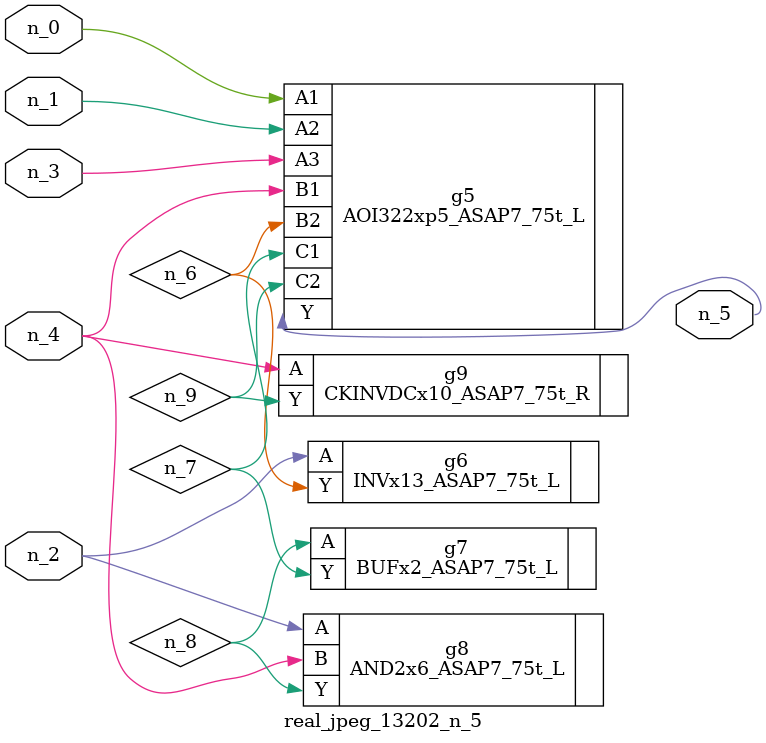
<source format=v>
module real_jpeg_13202_n_5 (n_4, n_0, n_1, n_2, n_3, n_5);

input n_4;
input n_0;
input n_1;
input n_2;
input n_3;

output n_5;

wire n_8;
wire n_6;
wire n_7;
wire n_9;

AOI322xp5_ASAP7_75t_L g5 ( 
.A1(n_0),
.A2(n_1),
.A3(n_3),
.B1(n_4),
.B2(n_6),
.C1(n_7),
.C2(n_9),
.Y(n_5)
);

INVx13_ASAP7_75t_L g6 ( 
.A(n_2),
.Y(n_6)
);

AND2x6_ASAP7_75t_L g8 ( 
.A(n_2),
.B(n_4),
.Y(n_8)
);

CKINVDCx10_ASAP7_75t_R g9 ( 
.A(n_4),
.Y(n_9)
);

BUFx2_ASAP7_75t_L g7 ( 
.A(n_8),
.Y(n_7)
);


endmodule
</source>
